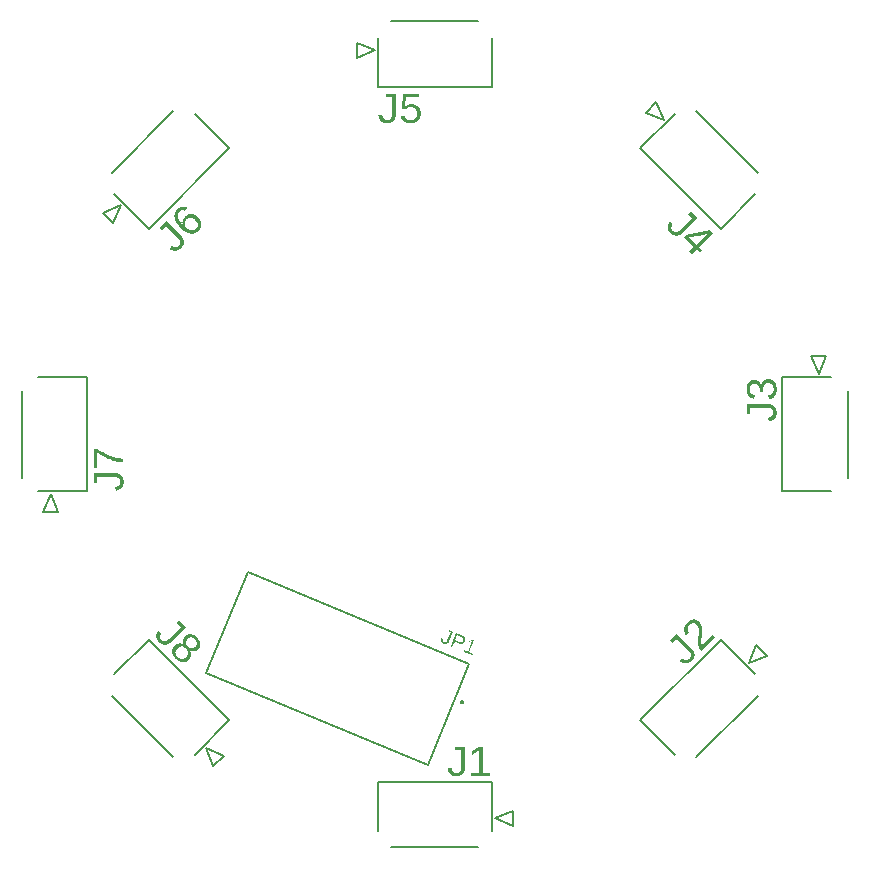
<source format=gbr>
G04 EAGLE Gerber RS-274X export*
G75*
%MOMM*%
%FSLAX34Y34*%
%LPD*%
%INSilkscreen Top*%
%IPPOS*%
%AMOC8*
5,1,8,0,0,1.08239X$1,22.5*%
G01*
G04 Define Apertures*
%ADD10C,0.127000*%
%ADD11C,0.200000*%
%ADD12C,0.152400*%
G36*
X14984Y-180220D02*
X13438Y-179580D01*
X18161Y-168178D01*
X22959Y-170166D01*
X23419Y-170373D01*
X23841Y-170597D01*
X24224Y-170838D01*
X24568Y-171095D01*
X24873Y-171370D01*
X25140Y-171661D01*
X25368Y-171969D01*
X25557Y-172294D01*
X25706Y-172632D01*
X25812Y-172980D01*
X25876Y-173337D01*
X25898Y-173703D01*
X25877Y-174079D01*
X25814Y-174464D01*
X25708Y-174859D01*
X25560Y-175263D01*
X25380Y-175650D01*
X25176Y-176003D01*
X24947Y-176322D01*
X24694Y-176606D01*
X24417Y-176856D01*
X24115Y-177071D01*
X23789Y-177252D01*
X23438Y-177398D01*
X23070Y-177508D01*
X22690Y-177578D01*
X22299Y-177608D01*
X21896Y-177599D01*
X21483Y-177550D01*
X21058Y-177461D01*
X20621Y-177333D01*
X20174Y-177165D01*
X16824Y-175777D01*
X14984Y-180220D01*
G37*
%LPC*%
G36*
X21920Y-176195D02*
X22173Y-176184D01*
X22413Y-176148D01*
X22641Y-176085D01*
X22855Y-175995D01*
X23057Y-175880D01*
X23246Y-175738D01*
X23423Y-175570D01*
X23586Y-175376D01*
X23737Y-175155D01*
X23875Y-174908D01*
X24000Y-174635D01*
X24100Y-174363D01*
X24173Y-174100D01*
X24217Y-173846D01*
X24234Y-173600D01*
X24223Y-173363D01*
X24184Y-173135D01*
X24117Y-172915D01*
X24022Y-172704D01*
X23900Y-172501D01*
X23749Y-172307D01*
X23571Y-172122D01*
X23364Y-171946D01*
X23130Y-171778D01*
X22868Y-171619D01*
X22578Y-171469D01*
X22260Y-171327D01*
X19194Y-170057D01*
X17330Y-174556D01*
X20462Y-175853D01*
X20779Y-175974D01*
X21083Y-176068D01*
X21375Y-176137D01*
X21654Y-176179D01*
X21920Y-176195D01*
G37*
%LPD*%
G36*
X31544Y-187079D02*
X24399Y-184120D01*
X24912Y-182882D01*
X27817Y-184085D01*
X31450Y-175313D01*
X28116Y-176084D01*
X28686Y-174709D01*
X32148Y-173972D01*
X33491Y-174528D01*
X29281Y-184692D01*
X32057Y-185841D01*
X31544Y-187079D01*
G37*
G36*
X8918Y-177618D02*
X8557Y-177591D01*
X8188Y-177525D01*
X7810Y-177421D01*
X7424Y-177278D01*
X7076Y-177120D01*
X6756Y-176946D01*
X6464Y-176757D01*
X6200Y-176552D01*
X5964Y-176331D01*
X5757Y-176094D01*
X5577Y-175842D01*
X5426Y-175573D01*
X5302Y-175289D01*
X5207Y-174990D01*
X5140Y-174674D01*
X5101Y-174343D01*
X5090Y-173996D01*
X5107Y-173633D01*
X5152Y-173254D01*
X5225Y-172860D01*
X6842Y-173235D01*
X6790Y-173481D01*
X6754Y-173719D01*
X6735Y-173948D01*
X6733Y-174169D01*
X6747Y-174382D01*
X6778Y-174587D01*
X6826Y-174783D01*
X6891Y-174972D01*
X6971Y-175149D01*
X7067Y-175314D01*
X7177Y-175466D01*
X7302Y-175604D01*
X7442Y-175729D01*
X7597Y-175842D01*
X7767Y-175941D01*
X7951Y-176027D01*
X8160Y-176103D01*
X8365Y-176156D01*
X8566Y-176186D01*
X8764Y-176194D01*
X8958Y-176179D01*
X9148Y-176142D01*
X9335Y-176081D01*
X9518Y-175998D01*
X9695Y-175892D01*
X9864Y-175763D01*
X10025Y-175611D01*
X10178Y-175436D01*
X10322Y-175238D01*
X10458Y-175016D01*
X10586Y-174772D01*
X10706Y-174504D01*
X13511Y-167731D01*
X11318Y-166823D01*
X11841Y-165561D01*
X15572Y-167106D01*
X12257Y-175109D01*
X12075Y-175506D01*
X11875Y-175870D01*
X11656Y-176201D01*
X11418Y-176497D01*
X11161Y-176760D01*
X10886Y-176989D01*
X10591Y-177185D01*
X10278Y-177346D01*
X9950Y-177472D01*
X9615Y-177559D01*
X9271Y-177608D01*
X8918Y-177618D01*
G37*
G36*
X46497Y-289120D02*
X31016Y-289120D01*
X31016Y-286438D01*
X37310Y-286438D01*
X37310Y-267433D01*
X31735Y-271412D01*
X31735Y-268432D01*
X37573Y-264417D01*
X40484Y-264417D01*
X40484Y-286438D01*
X46497Y-286438D01*
X46497Y-289120D01*
G37*
G36*
X18325Y-289471D02*
X17937Y-289464D01*
X17560Y-289445D01*
X17193Y-289414D01*
X16835Y-289369D01*
X16488Y-289312D01*
X16150Y-289243D01*
X15823Y-289160D01*
X15505Y-289065D01*
X15198Y-288958D01*
X14900Y-288837D01*
X14612Y-288704D01*
X14335Y-288558D01*
X13809Y-288229D01*
X13324Y-287849D01*
X12878Y-287418D01*
X12472Y-286937D01*
X12106Y-286405D01*
X11780Y-285822D01*
X11493Y-285188D01*
X11247Y-284504D01*
X11040Y-283769D01*
X10874Y-282984D01*
X14152Y-282440D01*
X14243Y-282935D01*
X14359Y-283401D01*
X14500Y-283840D01*
X14665Y-284250D01*
X14855Y-284633D01*
X15069Y-284988D01*
X15308Y-285315D01*
X15572Y-285614D01*
X15857Y-285881D01*
X16160Y-286112D01*
X16480Y-286308D01*
X16817Y-286468D01*
X17172Y-286593D01*
X17545Y-286682D01*
X17935Y-286735D01*
X18342Y-286753D01*
X18786Y-286734D01*
X19206Y-286675D01*
X19601Y-286577D01*
X19973Y-286440D01*
X20320Y-286263D01*
X20643Y-286048D01*
X20943Y-285793D01*
X21218Y-285500D01*
X21464Y-285168D01*
X21678Y-284800D01*
X21859Y-284395D01*
X22007Y-283955D01*
X22122Y-283477D01*
X22204Y-282963D01*
X22253Y-282413D01*
X22270Y-281827D01*
X22270Y-267152D01*
X17518Y-267152D01*
X17518Y-264417D01*
X25601Y-264417D01*
X25601Y-281756D01*
X25593Y-282200D01*
X25570Y-282631D01*
X25532Y-283050D01*
X25479Y-283458D01*
X25411Y-283853D01*
X25327Y-284236D01*
X25228Y-284608D01*
X25114Y-284967D01*
X24985Y-285314D01*
X24841Y-285650D01*
X24681Y-285973D01*
X24506Y-286285D01*
X24316Y-286584D01*
X24111Y-286872D01*
X23890Y-287147D01*
X23655Y-287411D01*
X23406Y-287660D01*
X23146Y-287893D01*
X22874Y-288111D01*
X22592Y-288312D01*
X22298Y-288497D01*
X21993Y-288666D01*
X21677Y-288819D01*
X21349Y-288956D01*
X21010Y-289076D01*
X20660Y-289181D01*
X20299Y-289269D01*
X19927Y-289342D01*
X19543Y-289398D01*
X19148Y-289438D01*
X18742Y-289463D01*
X18325Y-289471D01*
G37*
G36*
X225709Y-183159D02*
X224134Y-181585D01*
X223940Y-181065D01*
X223764Y-180547D01*
X223608Y-180032D01*
X223471Y-179518D01*
X223354Y-179006D01*
X223256Y-178496D01*
X223177Y-177988D01*
X223118Y-177481D01*
X223038Y-176478D01*
X222995Y-175490D01*
X222991Y-174517D01*
X223025Y-173558D01*
X223158Y-171692D01*
X223347Y-169901D01*
X223444Y-169035D01*
X223516Y-168194D01*
X223565Y-167377D01*
X223589Y-166584D01*
X223578Y-165818D01*
X223519Y-165080D01*
X223413Y-164370D01*
X223260Y-163689D01*
X223161Y-163360D01*
X223039Y-163040D01*
X222895Y-162727D01*
X222729Y-162423D01*
X222540Y-162128D01*
X222329Y-161840D01*
X222096Y-161561D01*
X221841Y-161291D01*
X221478Y-160954D01*
X221109Y-160665D01*
X220735Y-160421D01*
X220353Y-160224D01*
X219966Y-160074D01*
X219572Y-159970D01*
X219172Y-159913D01*
X218766Y-159902D01*
X218359Y-159937D01*
X217957Y-160018D01*
X217558Y-160143D01*
X217164Y-160314D01*
X216774Y-160531D01*
X216388Y-160792D01*
X216007Y-161099D01*
X215630Y-161452D01*
X215293Y-161812D01*
X214997Y-162182D01*
X214740Y-162559D01*
X214523Y-162946D01*
X214347Y-163340D01*
X214210Y-163744D01*
X214113Y-164156D01*
X214055Y-164576D01*
X214040Y-164998D01*
X214068Y-165417D01*
X214139Y-165831D01*
X214254Y-166240D01*
X214412Y-166646D01*
X214613Y-167047D01*
X214858Y-167444D01*
X215146Y-167836D01*
X212655Y-169907D01*
X212432Y-169612D01*
X212226Y-169314D01*
X212037Y-169013D01*
X211865Y-168708D01*
X211709Y-168401D01*
X211570Y-168089D01*
X211448Y-167775D01*
X211342Y-167457D01*
X211253Y-167135D01*
X211181Y-166811D01*
X211125Y-166483D01*
X211087Y-166152D01*
X211065Y-165817D01*
X211059Y-165479D01*
X211099Y-164793D01*
X211143Y-164448D01*
X211205Y-164106D01*
X211282Y-163767D01*
X211376Y-163430D01*
X211487Y-163097D01*
X211614Y-162766D01*
X211758Y-162438D01*
X211918Y-162113D01*
X212095Y-161791D01*
X212289Y-161472D01*
X212498Y-161156D01*
X212725Y-160842D01*
X212968Y-160532D01*
X213227Y-160224D01*
X213503Y-159919D01*
X213795Y-159617D01*
X214125Y-159297D01*
X214456Y-158995D01*
X214786Y-158714D01*
X215117Y-158451D01*
X215448Y-158208D01*
X215779Y-157983D01*
X216110Y-157779D01*
X216442Y-157593D01*
X216774Y-157427D01*
X217106Y-157280D01*
X217438Y-157152D01*
X217770Y-157044D01*
X218102Y-156955D01*
X218435Y-156885D01*
X218768Y-156834D01*
X219101Y-156803D01*
X219433Y-156791D01*
X219762Y-156798D01*
X220088Y-156824D01*
X220411Y-156870D01*
X220731Y-156935D01*
X221048Y-157020D01*
X221362Y-157123D01*
X221674Y-157246D01*
X221982Y-157388D01*
X222288Y-157550D01*
X222590Y-157730D01*
X222890Y-157930D01*
X223187Y-158149D01*
X223481Y-158388D01*
X223772Y-158646D01*
X224060Y-158923D01*
X224307Y-159184D01*
X224538Y-159459D01*
X224755Y-159749D01*
X224957Y-160052D01*
X225144Y-160370D01*
X225316Y-160702D01*
X225474Y-161048D01*
X225616Y-161408D01*
X225744Y-161783D01*
X225857Y-162171D01*
X225957Y-162574D01*
X226042Y-162991D01*
X226170Y-163867D01*
X226242Y-164799D01*
X226255Y-165323D01*
X226250Y-165933D01*
X226186Y-167415D01*
X226051Y-169243D01*
X225845Y-171419D01*
X225737Y-172664D01*
X225673Y-173807D01*
X225653Y-174849D01*
X225678Y-175789D01*
X225750Y-176645D01*
X225872Y-177433D01*
X225951Y-177802D01*
X226044Y-178154D01*
X226149Y-178490D01*
X226267Y-178808D01*
X235379Y-169696D01*
X237275Y-171593D01*
X225709Y-183159D01*
G37*
G36*
X212337Y-194125D02*
X211709Y-194071D01*
X211074Y-193954D01*
X210431Y-193772D01*
X209781Y-193527D01*
X209123Y-193217D01*
X208457Y-192844D01*
X207784Y-192406D01*
X209718Y-189704D01*
X210132Y-189989D01*
X210544Y-190237D01*
X210953Y-190448D01*
X211360Y-190621D01*
X211765Y-190758D01*
X212168Y-190857D01*
X212568Y-190919D01*
X212966Y-190943D01*
X213356Y-190931D01*
X213734Y-190881D01*
X214098Y-190793D01*
X214450Y-190668D01*
X214790Y-190505D01*
X215116Y-190304D01*
X215430Y-190066D01*
X215730Y-189791D01*
X216030Y-189463D01*
X216286Y-189125D01*
X216496Y-188776D01*
X216662Y-188416D01*
X216783Y-188046D01*
X216859Y-187665D01*
X216890Y-187273D01*
X216877Y-186871D01*
X216817Y-186462D01*
X216708Y-186051D01*
X216550Y-185637D01*
X216343Y-185221D01*
X216086Y-184802D01*
X215781Y-184380D01*
X215427Y-183956D01*
X215024Y-183530D01*
X204647Y-173153D01*
X201288Y-176513D01*
X199354Y-174579D01*
X205069Y-168864D01*
X217330Y-181125D01*
X217638Y-181444D01*
X217927Y-181765D01*
X218196Y-182088D01*
X218447Y-182414D01*
X218678Y-182742D01*
X218890Y-183072D01*
X219082Y-183404D01*
X219256Y-183739D01*
X219410Y-184076D01*
X219545Y-184415D01*
X219661Y-184757D01*
X219758Y-185101D01*
X219835Y-185447D01*
X219893Y-185795D01*
X219932Y-186146D01*
X219952Y-186499D01*
X219952Y-186851D01*
X219933Y-187200D01*
X219895Y-187546D01*
X219837Y-187888D01*
X219761Y-188227D01*
X219664Y-188562D01*
X219549Y-188894D01*
X219414Y-189222D01*
X219260Y-189547D01*
X219086Y-189868D01*
X218894Y-190186D01*
X218681Y-190501D01*
X218450Y-190812D01*
X218199Y-191119D01*
X217929Y-191424D01*
X217640Y-191724D01*
X217361Y-191994D01*
X217081Y-192247D01*
X216799Y-192485D01*
X216515Y-192706D01*
X216229Y-192911D01*
X215941Y-193101D01*
X215651Y-193274D01*
X215359Y-193431D01*
X215066Y-193573D01*
X214770Y-193698D01*
X214473Y-193807D01*
X214173Y-193901D01*
X213569Y-194039D01*
X212957Y-194114D01*
X212337Y-194125D01*
G37*
G36*
X282773Y29649D02*
X282475Y32910D01*
X283006Y33005D01*
X283503Y33132D01*
X283965Y33291D01*
X284393Y33483D01*
X284787Y33707D01*
X285146Y33963D01*
X285472Y34251D01*
X285763Y34571D01*
X286019Y34923D01*
X286242Y35308D01*
X286430Y35725D01*
X286584Y36174D01*
X286704Y36655D01*
X286790Y37169D01*
X286841Y37714D01*
X286858Y38292D01*
X286840Y38872D01*
X286785Y39420D01*
X286693Y39936D01*
X286565Y40420D01*
X286400Y40872D01*
X286198Y41292D01*
X285959Y41680D01*
X285684Y42035D01*
X285372Y42354D01*
X285025Y42630D01*
X284642Y42863D01*
X284224Y43054D01*
X283770Y43203D01*
X283281Y43309D01*
X282756Y43373D01*
X282195Y43394D01*
X281946Y43388D01*
X281705Y43370D01*
X281242Y43297D01*
X280807Y43176D01*
X280400Y43006D01*
X280020Y42788D01*
X279668Y42521D01*
X279344Y42206D01*
X279048Y41843D01*
X278783Y41433D01*
X278553Y40981D01*
X278359Y40485D01*
X278200Y39947D01*
X278076Y39365D01*
X277988Y38741D01*
X277935Y38073D01*
X277917Y37363D01*
X277917Y35575D01*
X275182Y35575D01*
X275182Y37293D01*
X275164Y37923D01*
X275111Y38517D01*
X275023Y39075D01*
X274899Y39596D01*
X274740Y40081D01*
X274546Y40529D01*
X274316Y40941D01*
X274051Y41317D01*
X273755Y41651D01*
X273431Y41942D01*
X273081Y42187D01*
X272703Y42388D01*
X272298Y42545D01*
X271867Y42656D01*
X271408Y42723D01*
X270921Y42745D01*
X270439Y42727D01*
X269983Y42673D01*
X269553Y42581D01*
X269148Y42454D01*
X268770Y42290D01*
X268418Y42090D01*
X268092Y41853D01*
X267792Y41580D01*
X267523Y41270D01*
X267290Y40926D01*
X267092Y40546D01*
X266931Y40131D01*
X266805Y39680D01*
X266715Y39195D01*
X266662Y38673D01*
X266644Y38117D01*
X266660Y37608D01*
X266710Y37124D01*
X266794Y36664D01*
X266911Y36230D01*
X267061Y35821D01*
X267245Y35436D01*
X267462Y35077D01*
X267713Y34742D01*
X267994Y34437D01*
X268303Y34165D01*
X268638Y33927D01*
X269002Y33723D01*
X269392Y33552D01*
X269810Y33415D01*
X270256Y33312D01*
X270729Y33243D01*
X270483Y30070D01*
X270109Y30120D01*
X269746Y30186D01*
X269393Y30265D01*
X269050Y30358D01*
X268718Y30466D01*
X268396Y30588D01*
X268084Y30724D01*
X267783Y30874D01*
X267493Y31038D01*
X267212Y31217D01*
X266942Y31409D01*
X266683Y31616D01*
X266434Y31837D01*
X266195Y32072D01*
X265967Y32322D01*
X265749Y32585D01*
X265543Y32861D01*
X265351Y33146D01*
X265171Y33441D01*
X265005Y33745D01*
X264853Y34059D01*
X264713Y34383D01*
X264587Y34717D01*
X264474Y35060D01*
X264374Y35412D01*
X264288Y35775D01*
X264215Y36147D01*
X264155Y36529D01*
X264109Y36920D01*
X264075Y37321D01*
X264055Y37732D01*
X264049Y38152D01*
X264056Y38610D01*
X264076Y39055D01*
X264109Y39488D01*
X264157Y39907D01*
X264217Y40313D01*
X264292Y40707D01*
X264379Y41087D01*
X264481Y41455D01*
X264595Y41809D01*
X264723Y42151D01*
X264865Y42480D01*
X265020Y42795D01*
X265189Y43098D01*
X265371Y43388D01*
X265567Y43665D01*
X265776Y43929D01*
X265997Y44178D01*
X266229Y44412D01*
X266471Y44629D01*
X266724Y44830D01*
X266988Y45015D01*
X267262Y45184D01*
X267547Y45337D01*
X267842Y45474D01*
X268148Y45595D01*
X268465Y45699D01*
X268792Y45788D01*
X269130Y45860D01*
X269479Y45916D01*
X269838Y45957D01*
X270208Y45981D01*
X270588Y45989D01*
X271166Y45968D01*
X271716Y45906D01*
X272239Y45803D01*
X272734Y45658D01*
X273201Y45472D01*
X273641Y45244D01*
X274052Y44975D01*
X274437Y44665D01*
X274792Y44316D01*
X275118Y43928D01*
X275413Y43504D01*
X275679Y43041D01*
X275915Y42541D01*
X276121Y42004D01*
X276298Y41429D01*
X276444Y40817D01*
X276514Y40817D01*
X276609Y41490D01*
X276742Y42125D01*
X276915Y42722D01*
X277128Y43280D01*
X277380Y43800D01*
X277671Y44282D01*
X278002Y44725D01*
X278373Y45130D01*
X278775Y45491D01*
X279203Y45805D01*
X279656Y46070D01*
X280135Y46287D01*
X280638Y46456D01*
X281167Y46576D01*
X281721Y46649D01*
X282007Y46667D01*
X282300Y46673D01*
X282721Y46664D01*
X283131Y46639D01*
X283528Y46596D01*
X283913Y46537D01*
X284286Y46460D01*
X284647Y46367D01*
X284996Y46257D01*
X285333Y46129D01*
X285658Y45985D01*
X285971Y45823D01*
X286272Y45645D01*
X286560Y45450D01*
X286837Y45237D01*
X287102Y45008D01*
X287354Y44762D01*
X287595Y44499D01*
X287822Y44220D01*
X288034Y43926D01*
X288232Y43618D01*
X288415Y43296D01*
X288584Y42958D01*
X288738Y42607D01*
X288877Y42241D01*
X289002Y41860D01*
X289112Y41465D01*
X289207Y41055D01*
X289287Y40631D01*
X289353Y40192D01*
X289405Y39739D01*
X289441Y39271D01*
X289463Y38789D01*
X289471Y38292D01*
X289464Y37829D01*
X289444Y37378D01*
X289411Y36939D01*
X289365Y36511D01*
X289305Y36095D01*
X289233Y35692D01*
X289147Y35300D01*
X289048Y34919D01*
X288935Y34551D01*
X288810Y34195D01*
X288671Y33850D01*
X288519Y33517D01*
X288354Y33197D01*
X288175Y32887D01*
X287984Y32590D01*
X287779Y32305D01*
X287561Y32033D01*
X287330Y31774D01*
X287087Y31530D01*
X286832Y31301D01*
X286563Y31085D01*
X286282Y30884D01*
X285988Y30696D01*
X285681Y30523D01*
X285362Y30364D01*
X285030Y30220D01*
X284686Y30089D01*
X284329Y29973D01*
X283959Y29870D01*
X283576Y29782D01*
X283181Y29708D01*
X282773Y29649D01*
G37*
G36*
X282984Y10874D02*
X282440Y14152D01*
X282935Y14243D01*
X283401Y14359D01*
X283840Y14500D01*
X284250Y14665D01*
X284633Y14855D01*
X284988Y15069D01*
X285315Y15308D01*
X285614Y15572D01*
X285881Y15857D01*
X286112Y16160D01*
X286308Y16480D01*
X286468Y16817D01*
X286593Y17172D01*
X286682Y17545D01*
X286735Y17935D01*
X286753Y18342D01*
X286734Y18786D01*
X286675Y19206D01*
X286577Y19601D01*
X286440Y19973D01*
X286263Y20320D01*
X286048Y20643D01*
X285793Y20943D01*
X285500Y21218D01*
X285168Y21464D01*
X284800Y21678D01*
X284395Y21859D01*
X283955Y22007D01*
X283477Y22122D01*
X282963Y22204D01*
X282413Y22253D01*
X281827Y22270D01*
X267152Y22270D01*
X267152Y17518D01*
X264417Y17518D01*
X264417Y25601D01*
X281756Y25601D01*
X282200Y25593D01*
X282631Y25570D01*
X283050Y25532D01*
X283458Y25479D01*
X283853Y25411D01*
X284236Y25327D01*
X284608Y25228D01*
X284967Y25114D01*
X285314Y24985D01*
X285650Y24841D01*
X285973Y24681D01*
X286285Y24506D01*
X286584Y24316D01*
X286872Y24111D01*
X287147Y23890D01*
X287411Y23655D01*
X287660Y23406D01*
X287893Y23146D01*
X288111Y22874D01*
X288312Y22592D01*
X288497Y22298D01*
X288666Y21993D01*
X288819Y21677D01*
X288956Y21349D01*
X289076Y21010D01*
X289181Y20660D01*
X289269Y20299D01*
X289342Y19927D01*
X289398Y19543D01*
X289438Y19148D01*
X289463Y18742D01*
X289471Y18325D01*
X289464Y17937D01*
X289445Y17560D01*
X289414Y17193D01*
X289369Y16835D01*
X289312Y16488D01*
X289243Y16150D01*
X289160Y15823D01*
X289065Y15505D01*
X288958Y15198D01*
X288837Y14900D01*
X288704Y14612D01*
X288558Y14335D01*
X288229Y13809D01*
X287849Y13324D01*
X287418Y12878D01*
X286937Y12472D01*
X286405Y12106D01*
X285822Y11780D01*
X285188Y11493D01*
X284504Y11247D01*
X283769Y11040D01*
X282984Y10874D01*
G37*
G36*
X217738Y152670D02*
X215630Y154777D01*
X219585Y158732D01*
X211353Y166964D01*
X213089Y168699D01*
X232862Y172480D01*
X235205Y170137D01*
X223453Y158385D01*
X225907Y155930D01*
X224147Y154170D01*
X221692Y156624D01*
X217738Y152670D01*
G37*
%LPC*%
G36*
X221345Y160492D02*
X230581Y169728D01*
X230281Y169626D01*
X229577Y169418D01*
X228799Y169204D01*
X228275Y169084D01*
X217205Y166964D01*
X215618Y166716D01*
X215171Y166666D01*
X221345Y160492D01*
G37*
%LPD*%
G36*
X204400Y168071D02*
X204052Y168090D01*
X203706Y168129D01*
X203364Y168186D01*
X203025Y168263D01*
X202690Y168359D01*
X202358Y168475D01*
X202030Y168610D01*
X201705Y168764D01*
X201384Y168937D01*
X201066Y169130D01*
X200751Y169342D01*
X200440Y169574D01*
X200132Y169824D01*
X199828Y170094D01*
X199527Y170384D01*
X199258Y170662D01*
X199005Y170942D01*
X198767Y171225D01*
X198546Y171509D01*
X198341Y171795D01*
X198151Y172083D01*
X197978Y172372D01*
X197820Y172664D01*
X197679Y172958D01*
X197554Y173253D01*
X197444Y173551D01*
X197351Y173850D01*
X197212Y174455D01*
X197138Y175067D01*
X197127Y175687D01*
X197181Y176314D01*
X197298Y176949D01*
X197480Y177592D01*
X197725Y178243D01*
X198035Y178901D01*
X198408Y179566D01*
X198846Y180240D01*
X201548Y178306D01*
X201263Y177892D01*
X201015Y177480D01*
X200804Y177070D01*
X200631Y176663D01*
X200494Y176258D01*
X200395Y175856D01*
X200333Y175455D01*
X200308Y175058D01*
X200321Y174667D01*
X200371Y174290D01*
X200459Y173925D01*
X200584Y173573D01*
X200747Y173234D01*
X200948Y172907D01*
X201186Y172594D01*
X201461Y172293D01*
X201789Y171993D01*
X202127Y171738D01*
X202476Y171527D01*
X202836Y171362D01*
X203206Y171241D01*
X203587Y171165D01*
X203979Y171133D01*
X204381Y171146D01*
X204790Y171206D01*
X205201Y171316D01*
X205615Y171474D01*
X206031Y171681D01*
X206450Y171937D01*
X206872Y172242D01*
X207296Y172596D01*
X207722Y173000D01*
X218098Y183376D01*
X214739Y186736D01*
X216673Y188670D01*
X222388Y182955D01*
X210127Y170694D01*
X209808Y170386D01*
X209487Y170097D01*
X209164Y169827D01*
X208838Y169577D01*
X208510Y169346D01*
X208180Y169134D01*
X207848Y168941D01*
X207513Y168768D01*
X207176Y168613D01*
X206836Y168478D01*
X206495Y168362D01*
X206151Y168266D01*
X205805Y168189D01*
X205456Y168130D01*
X205106Y168091D01*
X204753Y168072D01*
X204400Y168071D01*
G37*
G36*
X-20586Y263369D02*
X-21012Y263375D01*
X-21429Y263393D01*
X-22230Y263464D01*
X-22989Y263581D01*
X-23707Y263746D01*
X-24383Y263958D01*
X-25017Y264217D01*
X-25610Y264524D01*
X-26161Y264877D01*
X-26667Y265275D01*
X-27124Y265715D01*
X-27533Y266198D01*
X-27892Y266722D01*
X-28203Y267289D01*
X-28466Y267898D01*
X-28578Y268218D01*
X-28679Y268549D01*
X-28767Y268891D01*
X-28844Y269243D01*
X-25653Y269611D01*
X-25516Y269167D01*
X-25354Y268752D01*
X-25168Y268366D01*
X-24957Y268008D01*
X-24722Y267679D01*
X-24462Y267378D01*
X-24178Y267106D01*
X-23869Y266863D01*
X-23536Y266648D01*
X-23178Y266462D01*
X-22795Y266304D01*
X-22388Y266176D01*
X-21957Y266075D01*
X-21501Y266004D01*
X-21021Y265961D01*
X-20516Y265947D01*
X-20202Y265953D01*
X-19897Y265971D01*
X-19314Y266042D01*
X-18764Y266162D01*
X-18250Y266330D01*
X-17769Y266546D01*
X-17324Y266810D01*
X-16913Y267121D01*
X-16536Y267481D01*
X-16199Y267882D01*
X-15907Y268320D01*
X-15660Y268793D01*
X-15458Y269302D01*
X-15300Y269847D01*
X-15188Y270428D01*
X-15121Y271045D01*
X-15098Y271697D01*
X-15121Y272266D01*
X-15189Y272807D01*
X-15302Y273320D01*
X-15460Y273805D01*
X-15663Y274263D01*
X-15912Y274692D01*
X-16206Y275093D01*
X-16545Y275467D01*
X-16922Y275804D01*
X-17331Y276096D01*
X-17771Y276343D01*
X-18243Y276545D01*
X-18747Y276702D01*
X-19281Y276814D01*
X-19848Y276882D01*
X-20446Y276904D01*
X-20763Y276898D01*
X-21075Y276879D01*
X-21381Y276848D01*
X-21682Y276804D01*
X-22267Y276678D01*
X-22830Y276501D01*
X-23106Y276392D01*
X-23382Y276264D01*
X-23935Y275958D01*
X-24487Y275581D01*
X-25039Y275134D01*
X-28125Y275134D01*
X-27301Y288423D01*
X-13257Y288423D01*
X-13257Y285741D01*
X-24425Y285741D01*
X-24899Y277904D01*
X-24370Y278273D01*
X-23811Y278594D01*
X-23220Y278865D01*
X-22598Y279087D01*
X-21944Y279260D01*
X-21260Y279383D01*
X-20906Y279426D01*
X-20544Y279457D01*
X-20174Y279475D01*
X-19797Y279482D01*
X-19347Y279473D01*
X-18908Y279448D01*
X-18481Y279406D01*
X-18066Y279348D01*
X-17662Y279273D01*
X-17270Y279181D01*
X-16890Y279072D01*
X-16521Y278947D01*
X-16163Y278805D01*
X-15817Y278646D01*
X-15483Y278471D01*
X-15160Y278278D01*
X-14849Y278070D01*
X-14549Y277844D01*
X-14261Y277602D01*
X-13985Y277343D01*
X-13723Y277070D01*
X-13477Y276788D01*
X-13249Y276495D01*
X-13038Y276192D01*
X-12843Y275879D01*
X-12666Y275556D01*
X-12505Y275223D01*
X-12361Y274879D01*
X-12234Y274526D01*
X-12124Y274162D01*
X-12031Y273788D01*
X-11955Y273404D01*
X-11896Y273010D01*
X-11854Y272606D01*
X-11828Y272192D01*
X-11820Y271767D01*
X-11829Y271285D01*
X-11856Y270816D01*
X-11901Y270360D01*
X-11965Y269917D01*
X-12047Y269486D01*
X-12146Y269069D01*
X-12264Y268665D01*
X-12400Y268274D01*
X-12555Y267896D01*
X-12727Y267531D01*
X-12918Y267179D01*
X-13126Y266840D01*
X-13353Y266514D01*
X-13598Y266201D01*
X-13861Y265901D01*
X-14143Y265613D01*
X-14440Y265342D01*
X-14752Y265088D01*
X-15077Y264851D01*
X-15417Y264632D01*
X-15770Y264430D01*
X-16138Y264246D01*
X-16519Y264079D01*
X-16915Y263930D01*
X-17325Y263799D01*
X-17749Y263685D01*
X-18186Y263589D01*
X-18638Y263510D01*
X-19104Y263448D01*
X-19584Y263404D01*
X-20078Y263378D01*
X-20586Y263369D01*
G37*
G36*
X-40238Y263369D02*
X-40625Y263376D01*
X-41002Y263395D01*
X-41370Y263426D01*
X-41727Y263471D01*
X-42075Y263528D01*
X-42412Y263597D01*
X-42740Y263680D01*
X-43057Y263775D01*
X-43365Y263882D01*
X-43662Y264003D01*
X-43950Y264136D01*
X-44228Y264282D01*
X-44753Y264611D01*
X-45239Y264991D01*
X-45685Y265422D01*
X-46091Y265903D01*
X-46457Y266435D01*
X-46783Y267018D01*
X-47069Y267652D01*
X-47316Y268336D01*
X-47522Y269071D01*
X-47689Y269856D01*
X-44410Y270400D01*
X-44319Y269905D01*
X-44203Y269439D01*
X-44063Y269000D01*
X-43898Y268590D01*
X-43708Y268207D01*
X-43493Y267852D01*
X-43254Y267525D01*
X-42990Y267226D01*
X-42705Y266959D01*
X-42403Y266728D01*
X-42083Y266532D01*
X-41746Y266372D01*
X-41390Y266247D01*
X-41018Y266158D01*
X-40628Y266105D01*
X-40220Y266087D01*
X-39776Y266106D01*
X-39357Y266165D01*
X-38961Y266263D01*
X-38590Y266400D01*
X-38242Y266577D01*
X-37919Y266792D01*
X-37620Y267047D01*
X-37345Y267340D01*
X-37098Y267672D01*
X-36885Y268040D01*
X-36704Y268445D01*
X-36556Y268885D01*
X-36441Y269363D01*
X-36359Y269877D01*
X-36309Y270427D01*
X-36293Y271013D01*
X-36293Y285688D01*
X-41044Y285688D01*
X-41044Y288423D01*
X-32962Y288423D01*
X-32962Y271084D01*
X-32969Y270640D01*
X-32992Y270209D01*
X-33030Y269790D01*
X-33083Y269382D01*
X-33152Y268987D01*
X-33235Y268604D01*
X-33334Y268232D01*
X-33448Y267873D01*
X-33578Y267526D01*
X-33722Y267190D01*
X-33882Y266867D01*
X-34056Y266555D01*
X-34247Y266256D01*
X-34452Y265968D01*
X-34672Y265693D01*
X-34908Y265429D01*
X-35157Y265180D01*
X-35417Y264947D01*
X-35688Y264729D01*
X-35971Y264528D01*
X-36265Y264343D01*
X-36570Y264174D01*
X-36886Y264021D01*
X-37213Y263884D01*
X-37552Y263764D01*
X-37902Y263659D01*
X-38263Y263571D01*
X-38636Y263498D01*
X-39019Y263442D01*
X-39414Y263402D01*
X-39820Y263377D01*
X-40238Y263369D01*
G37*
G36*
X-205600Y169748D02*
X-206054Y169757D01*
X-206514Y169794D01*
X-206981Y169859D01*
X-207452Y169952D01*
X-207927Y170073D01*
X-208405Y170221D01*
X-208886Y170398D01*
X-209371Y170602D01*
X-209859Y170834D01*
X-210351Y171093D01*
X-210846Y171381D01*
X-211344Y171696D01*
X-211846Y172039D01*
X-212351Y172410D01*
X-212859Y172809D01*
X-213371Y173235D01*
X-213887Y173690D01*
X-214405Y174172D01*
X-214927Y174682D01*
X-215480Y175247D01*
X-216003Y175809D01*
X-216498Y176366D01*
X-216963Y176920D01*
X-217399Y177470D01*
X-217806Y178017D01*
X-218183Y178559D01*
X-218532Y179098D01*
X-218851Y179633D01*
X-219141Y180165D01*
X-219402Y180692D01*
X-219634Y181216D01*
X-219837Y181736D01*
X-220011Y182252D01*
X-220155Y182764D01*
X-220271Y183273D01*
X-220356Y183776D01*
X-220412Y184270D01*
X-220439Y184756D01*
X-220436Y185234D01*
X-220402Y185704D01*
X-220340Y186165D01*
X-220247Y186619D01*
X-220125Y187064D01*
X-219973Y187500D01*
X-219791Y187929D01*
X-219580Y188349D01*
X-219338Y188761D01*
X-219067Y189165D01*
X-218767Y189561D01*
X-218436Y189948D01*
X-218076Y190327D01*
X-217579Y190796D01*
X-217078Y191214D01*
X-216571Y191582D01*
X-216059Y191899D01*
X-215543Y192166D01*
X-215021Y192381D01*
X-214495Y192546D01*
X-213963Y192661D01*
X-213427Y192725D01*
X-212886Y192738D01*
X-212340Y192700D01*
X-211788Y192612D01*
X-211232Y192473D01*
X-210671Y192284D01*
X-210105Y192044D01*
X-209535Y191753D01*
X-211283Y189236D01*
X-211629Y189406D01*
X-211971Y189547D01*
X-212308Y189659D01*
X-212642Y189743D01*
X-212970Y189797D01*
X-213294Y189823D01*
X-213614Y189820D01*
X-213929Y189788D01*
X-214240Y189727D01*
X-214546Y189637D01*
X-214848Y189518D01*
X-215146Y189371D01*
X-215439Y189195D01*
X-215727Y188989D01*
X-216011Y188755D01*
X-216291Y188492D01*
X-216519Y188250D01*
X-216727Y188001D01*
X-216914Y187744D01*
X-217081Y187480D01*
X-217226Y187209D01*
X-217352Y186931D01*
X-217456Y186646D01*
X-217540Y186354D01*
X-217603Y186054D01*
X-217646Y185747D01*
X-217668Y185434D01*
X-217669Y185113D01*
X-217650Y184784D01*
X-217610Y184449D01*
X-217550Y184106D01*
X-217469Y183757D01*
X-217367Y183401D01*
X-217245Y183041D01*
X-217102Y182677D01*
X-216938Y182309D01*
X-216754Y181937D01*
X-216549Y181560D01*
X-216323Y181179D01*
X-216077Y180794D01*
X-215810Y180404D01*
X-215523Y180010D01*
X-215215Y179612D01*
X-214886Y179210D01*
X-214537Y178803D01*
X-214167Y178392D01*
X-213365Y177558D01*
X-213479Y177991D01*
X-213561Y178423D01*
X-213610Y178854D01*
X-213627Y179283D01*
X-213612Y179711D01*
X-213564Y180137D01*
X-213484Y180562D01*
X-213371Y180986D01*
X-213229Y181405D01*
X-213057Y181815D01*
X-212857Y182217D01*
X-212629Y182611D01*
X-212372Y182997D01*
X-212087Y183374D01*
X-211773Y183743D01*
X-211431Y184104D01*
X-211127Y184396D01*
X-210819Y184669D01*
X-210507Y184922D01*
X-210190Y185156D01*
X-209870Y185369D01*
X-209546Y185564D01*
X-209217Y185738D01*
X-208885Y185894D01*
X-208549Y186029D01*
X-208208Y186145D01*
X-207864Y186241D01*
X-207516Y186318D01*
X-207163Y186375D01*
X-206807Y186412D01*
X-206446Y186430D01*
X-206082Y186428D01*
X-205717Y186407D01*
X-205355Y186366D01*
X-204996Y186307D01*
X-204640Y186228D01*
X-204286Y186130D01*
X-203936Y186012D01*
X-203589Y185876D01*
X-203244Y185720D01*
X-202903Y185545D01*
X-202565Y185351D01*
X-202229Y185137D01*
X-201897Y184904D01*
X-201567Y184653D01*
X-201240Y184381D01*
X-200917Y184091D01*
X-200596Y183781D01*
X-200261Y183434D01*
X-199947Y183085D01*
X-199653Y182733D01*
X-199380Y182378D01*
X-199129Y182021D01*
X-198897Y181661D01*
X-198687Y181298D01*
X-198498Y180933D01*
X-198329Y180565D01*
X-198182Y180195D01*
X-198055Y179822D01*
X-197948Y179446D01*
X-197863Y179068D01*
X-197799Y178687D01*
X-197755Y178304D01*
X-197732Y177917D01*
X-197731Y177532D01*
X-197750Y177150D01*
X-197791Y176771D01*
X-197854Y176396D01*
X-197938Y176025D01*
X-198043Y175657D01*
X-198170Y175293D01*
X-198318Y174933D01*
X-198488Y174576D01*
X-198679Y174222D01*
X-198891Y173873D01*
X-199125Y173527D01*
X-199380Y173184D01*
X-199656Y172845D01*
X-199954Y172509D01*
X-200274Y172178D01*
X-200646Y171823D01*
X-201024Y171496D01*
X-201409Y171197D01*
X-201799Y170926D01*
X-202197Y170683D01*
X-202600Y170468D01*
X-203010Y170282D01*
X-203426Y170123D01*
X-203848Y169992D01*
X-204277Y169889D01*
X-204712Y169814D01*
X-205153Y169767D01*
X-205600Y169748D01*
G37*
%LPC*%
G36*
X-205435Y172586D02*
X-204897Y172600D01*
X-204382Y172672D01*
X-203889Y172802D01*
X-203651Y172889D01*
X-203419Y172990D01*
X-203193Y173105D01*
X-202972Y173236D01*
X-202757Y173380D01*
X-202548Y173539D01*
X-202344Y173713D01*
X-202146Y173901D01*
X-201951Y174104D01*
X-201771Y174310D01*
X-201451Y174731D01*
X-201187Y175164D01*
X-200979Y175610D01*
X-200826Y176068D01*
X-200729Y176538D01*
X-200687Y177020D01*
X-200701Y177515D01*
X-200770Y178013D01*
X-200893Y178509D01*
X-201070Y179001D01*
X-201301Y179490D01*
X-201586Y179976D01*
X-201925Y180458D01*
X-202318Y180938D01*
X-202766Y181413D01*
X-203241Y181860D01*
X-203718Y182250D01*
X-204197Y182583D01*
X-204678Y182861D01*
X-205161Y183082D01*
X-205646Y183247D01*
X-206132Y183357D01*
X-206621Y183409D01*
X-207106Y183407D01*
X-207582Y183349D01*
X-208048Y183236D01*
X-208506Y183068D01*
X-208953Y182846D01*
X-209392Y182568D01*
X-209821Y182235D01*
X-210241Y181847D01*
X-210608Y181452D01*
X-210928Y181047D01*
X-211200Y180632D01*
X-211425Y180208D01*
X-211603Y179774D01*
X-211733Y179330D01*
X-211817Y178876D01*
X-211853Y178413D01*
X-211839Y177950D01*
X-211775Y177494D01*
X-211658Y177048D01*
X-211490Y176610D01*
X-211271Y176180D01*
X-211000Y175759D01*
X-210677Y175346D01*
X-210303Y174942D01*
X-209794Y174464D01*
X-209276Y174040D01*
X-208750Y173670D01*
X-208216Y173354D01*
X-207673Y173092D01*
X-207122Y172884D01*
X-206563Y172730D01*
X-205995Y172630D01*
X-205435Y172586D01*
G37*
%LPD*%
G36*
X-219981Y155373D02*
X-220608Y155427D01*
X-221243Y155544D01*
X-221886Y155725D01*
X-222537Y155971D01*
X-223195Y156280D01*
X-223860Y156654D01*
X-224534Y157091D01*
X-222600Y159794D01*
X-222186Y159509D01*
X-221774Y159261D01*
X-221364Y159050D01*
X-220957Y158877D01*
X-220552Y158740D01*
X-220150Y158641D01*
X-219750Y158579D01*
X-219352Y158554D01*
X-218961Y158567D01*
X-218584Y158617D01*
X-218219Y158705D01*
X-217867Y158830D01*
X-217528Y158993D01*
X-217202Y159194D01*
X-216888Y159432D01*
X-216587Y159707D01*
X-216287Y160035D01*
X-216032Y160373D01*
X-215822Y160722D01*
X-215656Y161082D01*
X-215535Y161452D01*
X-215459Y161833D01*
X-215427Y162225D01*
X-215440Y162627D01*
X-215501Y163036D01*
X-215610Y163447D01*
X-215768Y163861D01*
X-215975Y164277D01*
X-216231Y164696D01*
X-216536Y165118D01*
X-216891Y165541D01*
X-217294Y165968D01*
X-227670Y176344D01*
X-231030Y172985D01*
X-232964Y174919D01*
X-227249Y180634D01*
X-214988Y168373D01*
X-214680Y168054D01*
X-214391Y167733D01*
X-214121Y167410D01*
X-213871Y167084D01*
X-213640Y166756D01*
X-213428Y166426D01*
X-213235Y166093D01*
X-213062Y165759D01*
X-212907Y165422D01*
X-212772Y165082D01*
X-212657Y164741D01*
X-212560Y164397D01*
X-212483Y164051D01*
X-212425Y163702D01*
X-212386Y163352D01*
X-212366Y162999D01*
X-212366Y162646D01*
X-212384Y162297D01*
X-212423Y161952D01*
X-212480Y161610D01*
X-212557Y161271D01*
X-212653Y160936D01*
X-212769Y160604D01*
X-212904Y160276D01*
X-213058Y159951D01*
X-213231Y159630D01*
X-213424Y159312D01*
X-213636Y158997D01*
X-213868Y158686D01*
X-214118Y158378D01*
X-214389Y158074D01*
X-214678Y157773D01*
X-214956Y157504D01*
X-215237Y157251D01*
X-215519Y157013D01*
X-215803Y156792D01*
X-216089Y156586D01*
X-216377Y156397D01*
X-216667Y156224D01*
X-216958Y156066D01*
X-217252Y155925D01*
X-217548Y155800D01*
X-217845Y155690D01*
X-218144Y155597D01*
X-218749Y155458D01*
X-219361Y155384D01*
X-219981Y155373D01*
G37*
G36*
X-269856Y-47689D02*
X-270400Y-44410D01*
X-269905Y-44319D01*
X-269439Y-44203D01*
X-269000Y-44063D01*
X-268590Y-43898D01*
X-268207Y-43708D01*
X-267852Y-43493D01*
X-267525Y-43254D01*
X-267226Y-42990D01*
X-266959Y-42705D01*
X-266728Y-42403D01*
X-266532Y-42083D01*
X-266372Y-41746D01*
X-266247Y-41390D01*
X-266158Y-41018D01*
X-266105Y-40628D01*
X-266087Y-40220D01*
X-266106Y-39776D01*
X-266165Y-39357D01*
X-266263Y-38961D01*
X-266400Y-38590D01*
X-266577Y-38242D01*
X-266792Y-37919D01*
X-267047Y-37620D01*
X-267340Y-37345D01*
X-267672Y-37098D01*
X-268040Y-36885D01*
X-268445Y-36704D01*
X-268885Y-36556D01*
X-269363Y-36441D01*
X-269877Y-36359D01*
X-270427Y-36309D01*
X-271013Y-36293D01*
X-285688Y-36293D01*
X-285688Y-41044D01*
X-288423Y-41044D01*
X-288423Y-32962D01*
X-271084Y-32962D01*
X-270640Y-32969D01*
X-270209Y-32992D01*
X-269790Y-33030D01*
X-269382Y-33083D01*
X-268987Y-33152D01*
X-268604Y-33235D01*
X-268232Y-33334D01*
X-267873Y-33448D01*
X-267526Y-33578D01*
X-267190Y-33722D01*
X-266867Y-33882D01*
X-266555Y-34056D01*
X-266256Y-34247D01*
X-265968Y-34452D01*
X-265693Y-34672D01*
X-265429Y-34908D01*
X-265180Y-35157D01*
X-264947Y-35417D01*
X-264729Y-35688D01*
X-264528Y-35971D01*
X-264343Y-36265D01*
X-264174Y-36570D01*
X-264021Y-36886D01*
X-263884Y-37213D01*
X-263764Y-37552D01*
X-263659Y-37902D01*
X-263571Y-38263D01*
X-263498Y-38636D01*
X-263442Y-39019D01*
X-263402Y-39414D01*
X-263377Y-39820D01*
X-263369Y-40238D01*
X-263376Y-40625D01*
X-263395Y-41002D01*
X-263426Y-41370D01*
X-263471Y-41727D01*
X-263528Y-42075D01*
X-263597Y-42412D01*
X-263680Y-42740D01*
X-263775Y-43057D01*
X-263882Y-43365D01*
X-264003Y-43662D01*
X-264136Y-43950D01*
X-264282Y-44228D01*
X-264611Y-44753D01*
X-264991Y-45239D01*
X-265422Y-45685D01*
X-265903Y-46091D01*
X-266435Y-46457D01*
X-267018Y-46783D01*
X-267652Y-47069D01*
X-268336Y-47316D01*
X-269071Y-47522D01*
X-269856Y-47689D01*
G37*
G36*
X-285741Y-28440D02*
X-288423Y-28440D01*
X-288423Y-12118D01*
X-285863Y-12118D01*
X-284456Y-13030D01*
X-283127Y-13872D01*
X-281877Y-14645D01*
X-280704Y-15348D01*
X-279611Y-15982D01*
X-278595Y-16546D01*
X-277658Y-17040D01*
X-276799Y-17465D01*
X-275981Y-17843D01*
X-275165Y-18197D01*
X-274353Y-18526D01*
X-273542Y-18830D01*
X-272735Y-19111D01*
X-271931Y-19367D01*
X-271129Y-19598D01*
X-270330Y-19806D01*
X-269528Y-19989D01*
X-268720Y-20147D01*
X-267904Y-20281D01*
X-267082Y-20391D01*
X-266252Y-20476D01*
X-265415Y-20537D01*
X-264571Y-20574D01*
X-263720Y-20586D01*
X-263720Y-23882D01*
X-264314Y-23874D01*
X-264911Y-23851D01*
X-265513Y-23811D01*
X-266118Y-23757D01*
X-266727Y-23686D01*
X-267341Y-23600D01*
X-267958Y-23498D01*
X-268579Y-23380D01*
X-269204Y-23247D01*
X-269832Y-23098D01*
X-271102Y-22753D01*
X-272387Y-22345D01*
X-273687Y-21875D01*
X-275020Y-21331D01*
X-276403Y-20703D01*
X-277835Y-19990D01*
X-279317Y-19194D01*
X-280849Y-18314D01*
X-282430Y-17350D01*
X-284060Y-16301D01*
X-285741Y-15168D01*
X-285741Y-28440D01*
G37*
G36*
X-213248Y-193067D02*
X-213607Y-193054D01*
X-213968Y-193021D01*
X-214329Y-192966D01*
X-214690Y-192890D01*
X-215051Y-192793D01*
X-215411Y-192675D01*
X-215772Y-192537D01*
X-216132Y-192377D01*
X-216493Y-192196D01*
X-216853Y-191994D01*
X-217213Y-191771D01*
X-217573Y-191527D01*
X-217933Y-191262D01*
X-218293Y-190976D01*
X-218653Y-190669D01*
X-219012Y-190341D01*
X-219372Y-189992D01*
X-219712Y-189642D01*
X-220033Y-189290D01*
X-220333Y-188938D01*
X-220614Y-188585D01*
X-220874Y-188231D01*
X-221115Y-187876D01*
X-221336Y-187520D01*
X-221537Y-187164D01*
X-221718Y-186807D01*
X-221879Y-186449D01*
X-222020Y-186090D01*
X-222142Y-185730D01*
X-222243Y-185370D01*
X-222325Y-185008D01*
X-222386Y-184646D01*
X-222428Y-184283D01*
X-222449Y-183922D01*
X-222449Y-183564D01*
X-222428Y-183209D01*
X-222386Y-182859D01*
X-222323Y-182512D01*
X-222239Y-182168D01*
X-222134Y-181829D01*
X-222008Y-181492D01*
X-221861Y-181160D01*
X-221692Y-180831D01*
X-221503Y-180506D01*
X-221292Y-180184D01*
X-221061Y-179866D01*
X-220808Y-179552D01*
X-220534Y-179241D01*
X-220240Y-178934D01*
X-219805Y-178530D01*
X-219357Y-178174D01*
X-218896Y-177865D01*
X-218420Y-177604D01*
X-217932Y-177391D01*
X-217429Y-177225D01*
X-216914Y-177107D01*
X-216384Y-177037D01*
X-215854Y-177013D01*
X-215335Y-177036D01*
X-214828Y-177103D01*
X-214332Y-177217D01*
X-213849Y-177376D01*
X-213376Y-177581D01*
X-212916Y-177832D01*
X-212467Y-178128D01*
X-212417Y-178078D01*
X-212668Y-177636D01*
X-212876Y-177187D01*
X-213041Y-176733D01*
X-213162Y-176273D01*
X-213241Y-175808D01*
X-213276Y-175337D01*
X-213268Y-174860D01*
X-213217Y-174378D01*
X-213125Y-173900D01*
X-212995Y-173435D01*
X-212828Y-172985D01*
X-212623Y-172548D01*
X-212380Y-172125D01*
X-212100Y-171715D01*
X-211781Y-171320D01*
X-211425Y-170938D01*
X-211173Y-170697D01*
X-210915Y-170474D01*
X-210651Y-170268D01*
X-210381Y-170080D01*
X-210106Y-169910D01*
X-209825Y-169757D01*
X-209538Y-169622D01*
X-209245Y-169504D01*
X-208946Y-169404D01*
X-208642Y-169322D01*
X-208332Y-169257D01*
X-208016Y-169209D01*
X-207695Y-169180D01*
X-207368Y-169167D01*
X-207035Y-169173D01*
X-206696Y-169196D01*
X-206355Y-169236D01*
X-206016Y-169295D01*
X-205678Y-169371D01*
X-205342Y-169464D01*
X-205008Y-169576D01*
X-204676Y-169705D01*
X-204345Y-169851D01*
X-204016Y-170016D01*
X-203689Y-170198D01*
X-203364Y-170397D01*
X-203040Y-170615D01*
X-202717Y-170850D01*
X-202397Y-171102D01*
X-202078Y-171373D01*
X-201761Y-171661D01*
X-201446Y-171967D01*
X-201132Y-172289D01*
X-200837Y-172613D01*
X-200559Y-172938D01*
X-200300Y-173264D01*
X-200058Y-173591D01*
X-199835Y-173919D01*
X-199629Y-174248D01*
X-199442Y-174578D01*
X-199272Y-174909D01*
X-199121Y-175241D01*
X-198987Y-175574D01*
X-198871Y-175908D01*
X-198773Y-176243D01*
X-198694Y-176579D01*
X-198632Y-176916D01*
X-198588Y-177254D01*
X-198562Y-177590D01*
X-198555Y-177921D01*
X-198566Y-178247D01*
X-198595Y-178569D01*
X-198643Y-178885D01*
X-198709Y-179196D01*
X-198794Y-179502D01*
X-198896Y-179803D01*
X-199017Y-180099D01*
X-199157Y-180391D01*
X-199315Y-180677D01*
X-199491Y-180958D01*
X-199686Y-181234D01*
X-199898Y-181506D01*
X-200130Y-181772D01*
X-200379Y-182033D01*
X-200761Y-182389D01*
X-201157Y-182707D01*
X-201567Y-182987D01*
X-201991Y-183230D01*
X-202429Y-183434D01*
X-202881Y-183600D01*
X-203346Y-183728D01*
X-203826Y-183818D01*
X-204309Y-183867D01*
X-204785Y-183871D01*
X-204831Y-183867D01*
X-205254Y-183830D01*
X-205716Y-183744D01*
X-206172Y-183613D01*
X-206620Y-183437D01*
X-207061Y-183216D01*
X-207495Y-182951D01*
X-207545Y-183000D01*
X-207220Y-183489D01*
X-206946Y-183981D01*
X-206722Y-184478D01*
X-206549Y-184979D01*
X-206426Y-185484D01*
X-206354Y-185993D01*
X-206332Y-186506D01*
X-206355Y-186922D01*
X-206361Y-187023D01*
X-206439Y-187537D01*
X-206564Y-188039D01*
X-206736Y-188531D01*
X-206955Y-189011D01*
X-207221Y-189481D01*
X-207534Y-189939D01*
X-207894Y-190386D01*
X-208301Y-190823D01*
X-208605Y-191115D01*
X-208913Y-191386D01*
X-209224Y-191638D01*
X-209539Y-191869D01*
X-209858Y-192079D01*
X-210181Y-192270D01*
X-210507Y-192440D01*
X-210836Y-192589D01*
X-211170Y-192719D01*
X-211507Y-192828D01*
X-211848Y-192916D01*
X-212192Y-192985D01*
X-212541Y-193033D01*
X-212892Y-193060D01*
X-213248Y-193067D01*
G37*
%LPC*%
G36*
X-214085Y-190184D02*
X-213641Y-190159D01*
X-213192Y-190073D01*
X-212739Y-189927D01*
X-212282Y-189721D01*
X-211821Y-189455D01*
X-211354Y-189128D01*
X-210884Y-188741D01*
X-210409Y-188294D01*
X-210030Y-187885D01*
X-209707Y-187471D01*
X-209439Y-187052D01*
X-209226Y-186628D01*
X-209069Y-186198D01*
X-208966Y-185764D01*
X-208919Y-185324D01*
X-208927Y-184878D01*
X-208988Y-184431D01*
X-209099Y-183985D01*
X-209260Y-183541D01*
X-209471Y-183098D01*
X-209733Y-182656D01*
X-210044Y-182216D01*
X-210406Y-181777D01*
X-210818Y-181339D01*
X-211245Y-180940D01*
X-211676Y-180592D01*
X-212112Y-180294D01*
X-212552Y-180048D01*
X-212997Y-179853D01*
X-213446Y-179708D01*
X-213899Y-179615D01*
X-214357Y-179572D01*
X-214813Y-179581D01*
X-215260Y-179639D01*
X-215697Y-179749D01*
X-216125Y-179909D01*
X-216545Y-180119D01*
X-216955Y-180380D01*
X-217356Y-180692D01*
X-217748Y-181054D01*
X-218170Y-181505D01*
X-218536Y-181957D01*
X-218844Y-182409D01*
X-219096Y-182862D01*
X-219291Y-183316D01*
X-219429Y-183770D01*
X-219509Y-184225D01*
X-219533Y-184680D01*
X-219500Y-185136D01*
X-219410Y-185592D01*
X-219263Y-186049D01*
X-219059Y-186507D01*
X-218798Y-186965D01*
X-218480Y-187424D01*
X-218105Y-187883D01*
X-217673Y-188343D01*
X-217219Y-188771D01*
X-216766Y-189142D01*
X-216315Y-189457D01*
X-215865Y-189715D01*
X-215417Y-189917D01*
X-214971Y-190062D01*
X-214527Y-190152D01*
X-214085Y-190184D01*
G37*
G36*
X-205995Y-181364D02*
X-205607Y-181362D01*
X-205216Y-181306D01*
X-204823Y-181196D01*
X-204427Y-181032D01*
X-204029Y-180815D01*
X-203629Y-180543D01*
X-203226Y-180218D01*
X-202822Y-179839D01*
X-202476Y-179467D01*
X-202178Y-179094D01*
X-201929Y-178718D01*
X-201728Y-178340D01*
X-201576Y-177959D01*
X-201473Y-177577D01*
X-201418Y-177192D01*
X-201411Y-176805D01*
X-201454Y-176415D01*
X-201544Y-176024D01*
X-201683Y-175630D01*
X-201871Y-175234D01*
X-202107Y-174836D01*
X-202392Y-174435D01*
X-202725Y-174033D01*
X-203107Y-173628D01*
X-203500Y-173258D01*
X-203894Y-172934D01*
X-204287Y-172657D01*
X-204680Y-172427D01*
X-205072Y-172243D01*
X-205465Y-172106D01*
X-205857Y-172016D01*
X-206249Y-171973D01*
X-206640Y-171977D01*
X-207028Y-172030D01*
X-207413Y-172131D01*
X-207794Y-172281D01*
X-208173Y-172480D01*
X-208550Y-172727D01*
X-208923Y-173023D01*
X-209293Y-173367D01*
X-209644Y-173745D01*
X-209945Y-174126D01*
X-210198Y-174512D01*
X-210403Y-174902D01*
X-210558Y-175296D01*
X-210664Y-175694D01*
X-210722Y-176097D01*
X-210731Y-176504D01*
X-210692Y-176912D01*
X-210607Y-177317D01*
X-210475Y-177719D01*
X-210297Y-178119D01*
X-210072Y-178516D01*
X-209801Y-178910D01*
X-209484Y-179301D01*
X-209119Y-179690D01*
X-208726Y-180061D01*
X-208334Y-180385D01*
X-207942Y-180663D01*
X-207551Y-180896D01*
X-207161Y-181082D01*
X-206772Y-181222D01*
X-206383Y-181316D01*
X-205995Y-181364D01*
G37*
%LPD*%
G36*
X-228606Y-178198D02*
X-228955Y-178179D01*
X-229300Y-178141D01*
X-229642Y-178083D01*
X-229981Y-178006D01*
X-230316Y-177910D01*
X-230648Y-177795D01*
X-230976Y-177660D01*
X-231301Y-177506D01*
X-231622Y-177332D01*
X-231940Y-177139D01*
X-232255Y-176927D01*
X-232566Y-176696D01*
X-232874Y-176445D01*
X-233178Y-176175D01*
X-233479Y-175885D01*
X-233748Y-175607D01*
X-234001Y-175327D01*
X-234239Y-175045D01*
X-234460Y-174761D01*
X-234665Y-174475D01*
X-234855Y-174187D01*
X-235028Y-173897D01*
X-235186Y-173605D01*
X-235327Y-173312D01*
X-235452Y-173016D01*
X-235562Y-172718D01*
X-235655Y-172419D01*
X-235794Y-171815D01*
X-235868Y-171202D01*
X-235879Y-170583D01*
X-235825Y-169955D01*
X-235708Y-169320D01*
X-235527Y-168677D01*
X-235281Y-168027D01*
X-234972Y-167369D01*
X-234598Y-166703D01*
X-234160Y-166030D01*
X-231458Y-167964D01*
X-231743Y-168378D01*
X-231991Y-168790D01*
X-232202Y-169199D01*
X-232375Y-169606D01*
X-232512Y-170011D01*
X-232611Y-170414D01*
X-232673Y-170814D01*
X-232698Y-171212D01*
X-232685Y-171602D01*
X-232635Y-171980D01*
X-232547Y-172344D01*
X-232422Y-172696D01*
X-232259Y-173035D01*
X-232058Y-173362D01*
X-231820Y-173675D01*
X-231545Y-173976D01*
X-231217Y-174276D01*
X-230879Y-174531D01*
X-230530Y-174742D01*
X-230170Y-174908D01*
X-229800Y-175029D01*
X-229419Y-175105D01*
X-229027Y-175136D01*
X-228625Y-175123D01*
X-228216Y-175063D01*
X-227805Y-174954D01*
X-227391Y-174796D01*
X-226975Y-174588D01*
X-226556Y-174332D01*
X-226134Y-174027D01*
X-225711Y-173673D01*
X-225284Y-173270D01*
X-214908Y-162893D01*
X-218267Y-159534D01*
X-216333Y-157600D01*
X-210618Y-163315D01*
X-222879Y-175576D01*
X-223198Y-175884D01*
X-223519Y-176172D01*
X-223842Y-176442D01*
X-224168Y-176692D01*
X-224496Y-176924D01*
X-224826Y-177136D01*
X-225159Y-177328D01*
X-225493Y-177502D01*
X-225830Y-177656D01*
X-226170Y-177791D01*
X-226511Y-177907D01*
X-226855Y-178003D01*
X-227201Y-178081D01*
X-227550Y-178139D01*
X-227900Y-178178D01*
X-228253Y-178198D01*
X-228606Y-178198D01*
G37*
D10*
X29342Y-194664D02*
X-5941Y-279846D01*
X-193673Y-202085D02*
X-158390Y-116903D01*
X-193673Y-202085D02*
X-5941Y-279846D01*
X29342Y-194664D02*
X-158390Y-116903D01*
D11*
X22197Y-226485D02*
X22199Y-226422D01*
X22205Y-226360D01*
X22215Y-226298D01*
X22228Y-226236D01*
X22246Y-226176D01*
X22267Y-226117D01*
X22292Y-226059D01*
X22321Y-226003D01*
X22353Y-225949D01*
X22388Y-225897D01*
X22426Y-225848D01*
X22468Y-225800D01*
X22512Y-225756D01*
X22560Y-225714D01*
X22609Y-225676D01*
X22661Y-225641D01*
X22715Y-225609D01*
X22771Y-225580D01*
X22829Y-225555D01*
X22888Y-225534D01*
X22948Y-225516D01*
X23010Y-225503D01*
X23072Y-225493D01*
X23134Y-225487D01*
X23197Y-225485D01*
X23260Y-225487D01*
X23322Y-225493D01*
X23384Y-225503D01*
X23446Y-225516D01*
X23506Y-225534D01*
X23565Y-225555D01*
X23623Y-225580D01*
X23679Y-225609D01*
X23733Y-225641D01*
X23785Y-225676D01*
X23834Y-225714D01*
X23882Y-225756D01*
X23926Y-225800D01*
X23968Y-225848D01*
X24006Y-225897D01*
X24041Y-225949D01*
X24073Y-226003D01*
X24102Y-226059D01*
X24127Y-226117D01*
X24148Y-226176D01*
X24166Y-226236D01*
X24179Y-226298D01*
X24189Y-226360D01*
X24195Y-226422D01*
X24197Y-226485D01*
X24195Y-226548D01*
X24189Y-226610D01*
X24179Y-226672D01*
X24166Y-226734D01*
X24148Y-226794D01*
X24127Y-226853D01*
X24102Y-226911D01*
X24073Y-226967D01*
X24041Y-227021D01*
X24006Y-227073D01*
X23968Y-227122D01*
X23926Y-227170D01*
X23882Y-227214D01*
X23834Y-227256D01*
X23785Y-227294D01*
X23733Y-227329D01*
X23679Y-227361D01*
X23623Y-227390D01*
X23565Y-227415D01*
X23506Y-227436D01*
X23446Y-227454D01*
X23384Y-227467D01*
X23322Y-227477D01*
X23260Y-227483D01*
X23197Y-227485D01*
X23134Y-227483D01*
X23072Y-227477D01*
X23010Y-227467D01*
X22948Y-227454D01*
X22888Y-227436D01*
X22829Y-227415D01*
X22771Y-227390D01*
X22715Y-227361D01*
X22661Y-227329D01*
X22609Y-227294D01*
X22560Y-227256D01*
X22512Y-227214D01*
X22468Y-227170D01*
X22426Y-227122D01*
X22388Y-227073D01*
X22353Y-227021D01*
X22321Y-226967D01*
X22292Y-226911D01*
X22267Y-226853D01*
X22246Y-226794D01*
X22228Y-226734D01*
X22215Y-226672D01*
X22205Y-226610D01*
X22199Y-226548D01*
X22197Y-226485D01*
D12*
X66030Y-318770D02*
X50790Y-325120D01*
X66030Y-318770D02*
X66030Y-331470D01*
X50790Y-325120D01*
X-48250Y-335767D02*
X-48250Y-294120D01*
X-36955Y-349820D02*
X36955Y-349820D01*
X48250Y-335767D02*
X48250Y-294120D01*
X-48250Y-294120D01*
X265804Y-193976D02*
X272090Y-178710D01*
X281070Y-187690D01*
X265804Y-193976D01*
X203301Y-271536D02*
X173852Y-242088D01*
X221224Y-273487D02*
X273487Y-221224D01*
X271536Y-203301D02*
X242088Y-173852D01*
X173852Y-242088D01*
X325120Y50790D02*
X318770Y66030D01*
X331470Y66030D01*
X325120Y50790D01*
X335767Y-48250D02*
X294120Y-48250D01*
X349820Y-36955D02*
X349820Y36955D01*
X335767Y48250D02*
X294120Y48250D01*
X294120Y-48250D01*
X193976Y265804D02*
X178710Y272090D01*
X187690Y281070D01*
X193976Y265804D01*
X271536Y203301D02*
X242088Y173852D01*
X273487Y221224D02*
X221224Y273487D01*
X203301Y271536D02*
X173852Y242088D01*
X242088Y173852D01*
X-50790Y325120D02*
X-66030Y318770D01*
X-66030Y331470D01*
X-50790Y325120D01*
X48250Y335767D02*
X48250Y294120D01*
X36955Y349820D02*
X-36955Y349820D01*
X-48250Y335767D02*
X-48250Y294120D01*
X48250Y294120D01*
X-265804Y193976D02*
X-272090Y178710D01*
X-281070Y187690D01*
X-265804Y193976D01*
X-203301Y271536D02*
X-173852Y242088D01*
X-221224Y273487D02*
X-273487Y221224D01*
X-271536Y203301D02*
X-242088Y173852D01*
X-173852Y242088D01*
X-325120Y-50790D02*
X-318770Y-66030D01*
X-331470Y-66030D01*
X-325120Y-50790D01*
X-335767Y48250D02*
X-294120Y48250D01*
X-349820Y36955D02*
X-349820Y-36955D01*
X-335767Y-48250D02*
X-294120Y-48250D01*
X-294120Y48250D01*
X-193976Y-265804D02*
X-178710Y-272090D01*
X-187690Y-281070D01*
X-193976Y-265804D01*
X-271536Y-203301D02*
X-242088Y-173852D01*
X-273487Y-221224D02*
X-221224Y-273487D01*
X-203301Y-271536D02*
X-173852Y-242088D01*
X-242088Y-173852D01*
M02*

</source>
